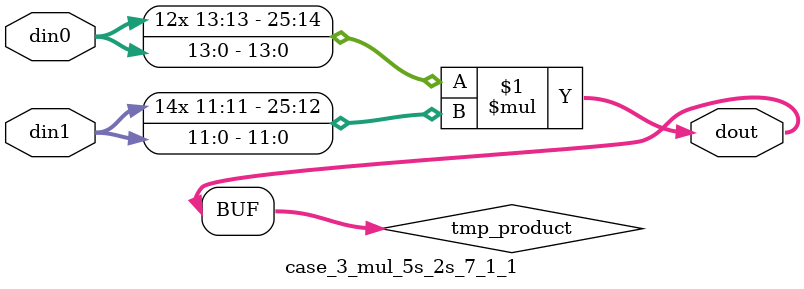
<source format=v>

`timescale 1 ns / 1 ps

 module case_3_mul_5s_2s_7_1_1(din0, din1, dout);
parameter ID = 1;
parameter NUM_STAGE = 0;
parameter din0_WIDTH = 14;
parameter din1_WIDTH = 12;
parameter dout_WIDTH = 26;

input [din0_WIDTH - 1 : 0] din0; 
input [din1_WIDTH - 1 : 0] din1; 
output [dout_WIDTH - 1 : 0] dout;

wire signed [dout_WIDTH - 1 : 0] tmp_product;



























assign tmp_product = $signed(din0) * $signed(din1);








assign dout = tmp_product;





















endmodule

</source>
